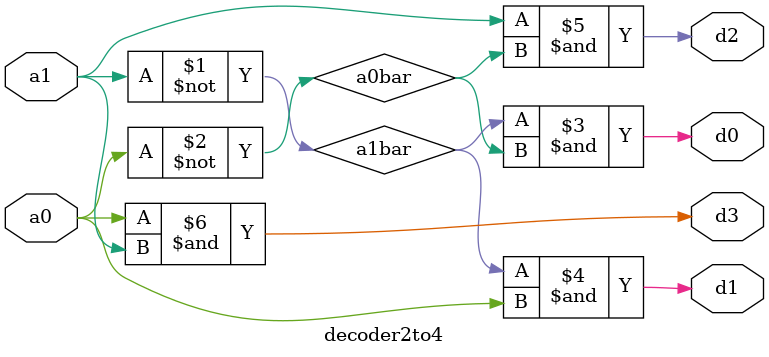
<source format=v>
module decoder2to4(a0,a1,d0,d1,d2,d3);
input a0, a1;
output d0,d1,d2,d3;
assign a1bar=~a1;
assign a0bar=~a0;
assign d0=a1bar & a0bar;
assign d1=a1bar & a0;
assign d2=a1 & a0bar;
assign d3=a0 & a1;
endmodule
</source>
